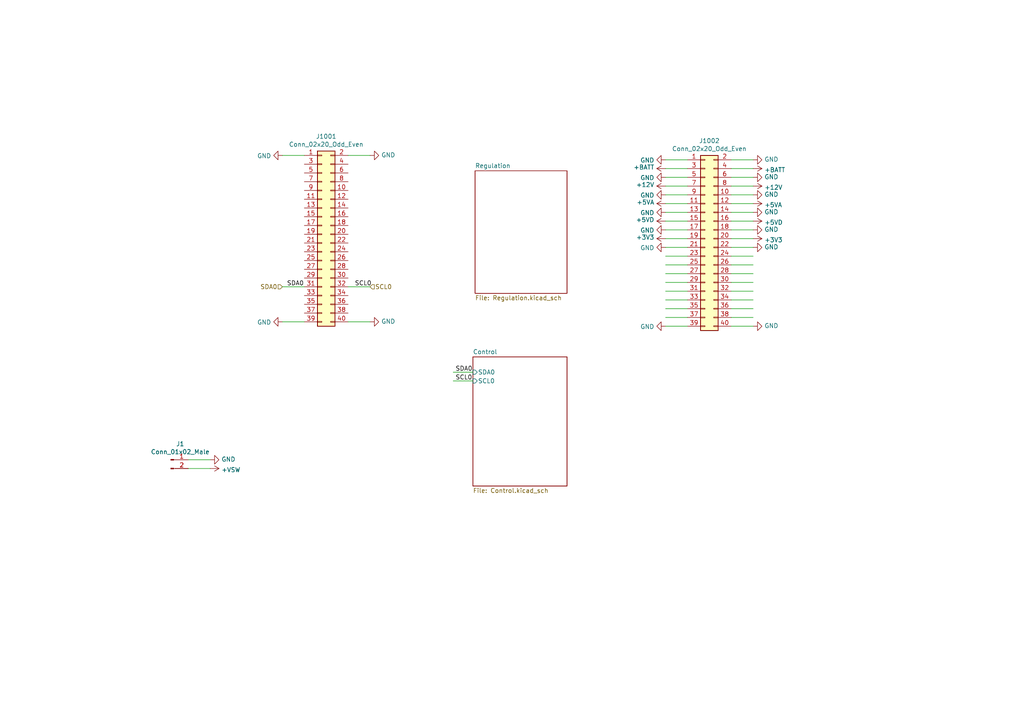
<source format=kicad_sch>
(kicad_sch (version 20211123) (generator eeschema)
  (paper "A4")
  (title_block (title "Cube Power Board ") (date "2021-04-21") (rev "V1-00") (company "CUBEDEB"))
  (lib_symbols
    (symbol "Connector:Conn_01x02_Male" (pin_names (offset 1.016) hide)
      (property "Reference" "J" (at 0 2.54 0))
      (property "Value" "Conn_01x02_Male" (at 0 -5.08 0))
      (symbol "Conn_01x02_Male_1_1"
        (polyline (pts (xy 1.27 -2.54) (xy 0.8636 -2.54)) (stroke (width 0.1524)))
        (polyline (pts (xy 1.27 0) (xy 0.8636 0)) (stroke (width 0.1524)))
        (rectangle (start 0.8636 -2.413) (end 0 -2.667) (stroke (width 0.1524)) (fill (type outline)))
        (rectangle (start 0.8636 0.127) (end 0 -0.127) (stroke (width 0.1524)) (fill (type outline)))
        (pin passive line (at 5.08 0 180) (length 3.81) (name "Pin_1") (number "1"))
        (pin passive line (at 5.08 -2.54 180) (length 3.81) (name "Pin_2") (number "2"))
      )
    )
    (symbol "Connector_Generic:Conn_02x20_Odd_Even" (pin_names (offset 1.016) hide)
      (property "Reference" "J" (at 1.27 25.4 0))
      (property "Value" "Conn_02x20_Odd_Even" (at 1.27 -27.94 0))
      (symbol "Conn_02x20_Odd_Even_1_1"
        (rectangle (start -1.27 -25.273) (end 0 -25.527) (stroke (width 0.1524)))
        (rectangle (start -1.27 -22.733) (end 0 -22.987) (stroke (width 0.1524)))
        (rectangle (start -1.27 -20.193) (end 0 -20.447) (stroke (width 0.1524)))
        (rectangle (start -1.27 -17.653) (end 0 -17.907) (stroke (width 0.1524)))
        (rectangle (start -1.27 -15.113) (end 0 -15.367) (stroke (width 0.1524)))
        (rectangle (start -1.27 -12.573) (end 0 -12.827) (stroke (width 0.1524)))
        (rectangle (start -1.27 -10.033) (end 0 -10.287) (stroke (width 0.1524)))
        (rectangle (start -1.27 -7.493) (end 0 -7.747) (stroke (width 0.1524)))
        (rectangle (start -1.27 -4.953) (end 0 -5.207) (stroke (width 0.1524)))
        (rectangle (start -1.27 -2.413) (end 0 -2.667) (stroke (width 0.1524)))
        (rectangle (start -1.27 0.127) (end 0 -0.127) (stroke (width 0.1524)))
        (rectangle (start -1.27 2.667) (end 0 2.413) (stroke (width 0.1524)))
        (rectangle (start -1.27 5.207) (end 0 4.953) (stroke (width 0.1524)))
        (rectangle (start -1.27 7.747) (end 0 7.493) (stroke (width 0.1524)))
        (rectangle (start -1.27 10.287) (end 0 10.033) (stroke (width 0.1524)))
        (rectangle (start -1.27 12.827) (end 0 12.573) (stroke (width 0.1524)))
        (rectangle (start -1.27 15.367) (end 0 15.113) (stroke (width 0.1524)))
        (rectangle (start -1.27 17.907) (end 0 17.653) (stroke (width 0.1524)))
        (rectangle (start -1.27 20.447) (end 0 20.193) (stroke (width 0.1524)))
        (rectangle (start -1.27 22.987) (end 0 22.733) (stroke (width 0.1524)))
        (rectangle (start -1.27 24.13) (end 3.81 -26.67) (stroke (width 0.254)) (fill (type background)))
        (rectangle (start 3.81 -25.273) (end 2.54 -25.527) (stroke (width 0.1524)))
        (rectangle (start 3.81 -22.733) (end 2.54 -22.987) (stroke (width 0.1524)))
        (rectangle (start 3.81 -20.193) (end 2.54 -20.447) (stroke (width 0.1524)))
        (rectangle (start 3.81 -17.653) (end 2.54 -17.907) (stroke (width 0.1524)))
        (rectangle (start 3.81 -15.113) (end 2.54 -15.367) (stroke (width 0.1524)))
        (rectangle (start 3.81 -12.573) (end 2.54 -12.827) (stroke (width 0.1524)))
        (rectangle (start 3.81 -10.033) (end 2.54 -10.287) (stroke (width 0.1524)))
        (rectangle (start 3.81 -7.493) (end 2.54 -7.747) (stroke (width 0.1524)))
        (rectangle (start 3.81 -4.953) (end 2.54 -5.207) (stroke (width 0.1524)))
        (rectangle (start 3.81 -2.413) (end 2.54 -2.667) (stroke (width 0.1524)))
        (rectangle (start 3.81 0.127) (end 2.54 -0.127) (stroke (width 0.1524)))
        (rectangle (start 3.81 2.667) (end 2.54 2.413) (stroke (width 0.1524)))
        (rectangle (start 3.81 5.207) (end 2.54 4.953) (stroke (width 0.1524)))
        (rectangle (start 3.81 7.747) (end 2.54 7.493) (stroke (width 0.1524)))
        (rectangle (start 3.81 10.287) (end 2.54 10.033) (stroke (width 0.1524)))
        (rectangle (start 3.81 12.827) (end 2.54 12.573) (stroke (width 0.1524)))
        (rectangle (start 3.81 15.367) (end 2.54 15.113) (stroke (width 0.1524)))
        (rectangle (start 3.81 17.907) (end 2.54 17.653) (stroke (width 0.1524)))
        (rectangle (start 3.81 20.447) (end 2.54 20.193) (stroke (width 0.1524)))
        (rectangle (start 3.81 22.987) (end 2.54 22.733) (stroke (width 0.1524)))
        (pin passive line (at -5.08 22.86 0) (length 3.81) (name "Pin_1") (number "1"))
        (pin passive line (at 7.62 12.7 180) (length 3.81) (name "Pin_10") (number "10"))
        (pin passive line (at -5.08 10.16 0) (length 3.81) (name "Pin_11") (number "11"))
        (pin passive line (at 7.62 10.16 180) (length 3.81) (name "Pin_12") (number "12"))
        (pin passive line (at -5.08 7.62 0) (length 3.81) (name "Pin_13") (number "13"))
        (pin passive line (at 7.62 7.62 180) (length 3.81) (name "Pin_14") (number "14"))
        (pin passive line (at -5.08 5.08 0) (length 3.81) (name "Pin_15") (number "15"))
        (pin passive line (at 7.62 5.08 180) (length 3.81) (name "Pin_16") (number "16"))
        (pin passive line (at -5.08 2.54 0) (length 3.81) (name "Pin_17") (number "17"))
        (pin passive line (at 7.62 2.54 180) (length 3.81) (name "Pin_18") (number "18"))
        (pin passive line (at -5.08 0 0) (length 3.81) (name "Pin_19") (number "19"))
        (pin passive line (at 7.62 22.86 180) (length 3.81) (name "Pin_2") (number "2"))
        (pin passive line (at 7.62 0 180) (length 3.81) (name "Pin_20") (number "20"))
        (pin passive line (at -5.08 -2.54 0) (length 3.81) (name "Pin_21") (number "21"))
        (pin passive line (at 7.62 -2.54 180) (length 3.81) (name "Pin_22") (number "22"))
        (pin passive line (at -5.08 -5.08 0) (length 3.81) (name "Pin_23") (number "23"))
        (pin passive line (at 7.62 -5.08 180) (length 3.81) (name "Pin_24") (number "24"))
        (pin passive line (at -5.08 -7.62 0) (length 3.81) (name "Pin_25") (number "25"))
        (pin passive line (at 7.62 -7.62 180) (length 3.81) (name "Pin_26") (number "26"))
        (pin passive line (at -5.08 -10.16 0) (length 3.81) (name "Pin_27") (number "27"))
        (pin passive line (at 7.62 -10.16 180) (length 3.81) (name "Pin_28") (number "28"))
        (pin passive line (at -5.08 -12.7 0) (length 3.81) (name "Pin_29") (number "29"))
        (pin passive line (at -5.08 20.32 0) (length 3.81) (name "Pin_3") (number "3"))
        (pin passive line (at 7.62 -12.7 180) (length 3.81) (name "Pin_30") (number "30"))
        (pin passive line (at -5.08 -15.24 0) (length 3.81) (name "Pin_31") (number "31"))
        (pin passive line (at 7.62 -15.24 180) (length 3.81) (name "Pin_32") (number "32"))
        (pin passive line (at -5.08 -17.78 0) (length 3.81) (name "Pin_33") (number "33"))
        (pin passive line (at 7.62 -17.78 180) (length 3.81) (name "Pin_34") (number "34"))
        (pin passive line (at -5.08 -20.32 0) (length 3.81) (name "Pin_35") (number "35"))
        (pin passive line (at 7.62 -20.32 180) (length 3.81) (name "Pin_36") (number "36"))
        (pin passive line (at -5.08 -22.86 0) (length 3.81) (name "Pin_37") (number "37"))
        (pin passive line (at 7.62 -22.86 180) (length 3.81) (name "Pin_38") (number "38"))
        (pin passive line (at -5.08 -25.4 0) (length 3.81) (name "Pin_39") (number "39"))
        (pin passive line (at 7.62 20.32 180) (length 3.81) (name "Pin_4") (number "4"))
        (pin passive line (at 7.62 -25.4 180) (length 3.81) (name "Pin_40") (number "40"))
        (pin passive line (at -5.08 17.78 0) (length 3.81) (name "Pin_5") (number "5"))
        (pin passive line (at 7.62 17.78 180) (length 3.81) (name "Pin_6") (number "6"))
        (pin passive line (at -5.08 15.24 0) (length 3.81) (name "Pin_7") (number "7"))
        (pin passive line (at 7.62 15.24 180) (length 3.81) (name "Pin_8") (number "8"))
        (pin passive line (at -5.08 12.7 0) (length 3.81) (name "Pin_9") (number "9"))
      )
    )
    (symbol "power:+12V" (power) (pin_names (offset 0))
      (property "Value" "+12V" (at 0 3.556 0))
      (symbol "+12V_0_1"
        (polyline (pts (xy -0.762 1.27) (xy 0 2.54)))
        (polyline (pts (xy 0 0) (xy 0 2.54)))
        (polyline (pts (xy 0 2.54) (xy 0.762 1.27)))
      )
      (symbol "+12V_1_1"
        (pin power_in line (at 0 0 90) (length 0) hide (name "+12V") (number "1"))
      )
    )
    (symbol "power:+3.3V" (power) (pin_names (offset 0))
      (property "Value" "+3.3V" (at 0 3.556 0))
      (symbol "+3.3V_0_1"
        (polyline (pts (xy -0.762 1.27) (xy 0 2.54)))
        (polyline (pts (xy 0 0) (xy 0 2.54)))
        (polyline (pts (xy 0 2.54) (xy 0.762 1.27)))
      )
      (symbol "+3.3V_1_1"
        (pin power_in line (at 0 0 90) (length 0) hide (name "+3V3") (number "1"))
      )
    )
    (symbol "power:+5VA" (power) (pin_names (offset 0))
      (property "Value" "+5VA" (at 0 3.556 0))
      (symbol "+5VA_0_1"
        (polyline (pts (xy -0.762 1.27) (xy 0 2.54)))
        (polyline (pts (xy 0 0) (xy 0 2.54)))
        (polyline (pts (xy 0 2.54) (xy 0.762 1.27)))
      )
      (symbol "+5VA_1_1"
        (pin power_in line (at 0 0 90) (length 0) hide (name "+5VA") (number "1"))
      )
    )
    (symbol "power:+5VD" (power) (pin_names (offset 0))
      (property "Value" "+5VD" (at 0 3.556 0))
      (symbol "+5VD_0_1"
        (polyline (pts (xy -0.762 1.27) (xy 0 2.54)))
        (polyline (pts (xy 0 0) (xy 0 2.54)))
        (polyline (pts (xy 0 2.54) (xy 0.762 1.27)))
      )
      (symbol "+5VD_1_1"
        (pin power_in line (at 0 0 90) (length 0) hide (name "+5VD") (number "1"))
      )
    )
    (symbol "power:+BATT" (power) (pin_names (offset 0))
      (property "Value" "+BATT" (at 0 3.556 0))
      (symbol "+BATT_0_1"
        (polyline (pts (xy -0.762 1.27) (xy 0 2.54)))
        (polyline (pts (xy 0 0) (xy 0 2.54)))
        (polyline (pts (xy 0 2.54) (xy 0.762 1.27)))
      )
      (symbol "+BATT_1_1"
        (pin power_in line (at 0 0 90) (length 0) hide (name "+BATT") (number "1"))
      )
    )
    (symbol "power:+VSW" (power) (pin_names (offset 0))
      (property "Value" "+VSW" (at 0 3.556 0))
      (symbol "+VSW_0_1"
        (polyline (pts (xy -0.762 1.27) (xy 0 2.54)))
        (polyline (pts (xy 0 0) (xy 0 2.54)))
        (polyline (pts (xy 0 2.54) (xy 0.762 1.27)))
      )
      (symbol "+VSW_1_1"
        (pin power_in line (at 0 0 90) (length 0) hide (name "+VSW") (number "1"))
      )
    )
    (symbol "power:GND" (power) (pin_names (offset 0))
      (property "Value" "GND" (at 0 -3.81 0))
      (symbol "GND_0_1"
        (polyline (pts (xy 0 0) (xy 0 -1.27) (xy 1.27 -1.27) (xy 0 -2.54) (xy -1.27 -1.27) (xy 0 -1.27)))
      )
      (symbol "GND_1_1"
        (pin power_in line (at 0 0 270) (length 0) hide (name "GND") (number "1"))
      )
    )
  )
  (wire (pts (xy 193.04 71.755) (xy 199.39 71.755)))
  (wire (pts (xy 193.04 92.075) (xy 199.39 92.075)))
  (wire (pts (xy 88.265 83.185) (xy 81.915 83.185)))
  (wire (pts (xy 193.04 66.675) (xy 199.39 66.675)))
  (wire (pts (xy 212.09 84.455) (xy 218.44 84.455)))
  (wire (pts (xy 193.04 89.535) (xy 199.39 89.535)))
  (wire (pts (xy 100.965 83.185) (xy 107.315 83.185)))
  (wire (pts (xy 193.04 81.915) (xy 199.39 81.915)))
  (wire (pts (xy 193.04 79.375) (xy 199.39 79.375)))
  (wire (pts (xy 193.04 53.975) (xy 199.39 53.975)))
  (wire (pts (xy 193.04 61.595) (xy 199.39 61.595)))
  (wire (pts (xy 212.09 74.295) (xy 218.44 74.295)))
  (wire (pts (xy 100.965 93.345) (xy 107.315 93.345)))
  (wire (pts (xy 212.09 66.675) (xy 218.44 66.675)))
  (wire (pts (xy 131.445 110.49) (xy 137.16 110.49)))
  (wire (pts (xy 212.09 53.975) (xy 218.44 53.975)))
  (wire (pts (xy 212.09 81.915) (xy 218.44 81.915)))
  (wire (pts (xy 212.09 61.595) (xy 218.44 61.595)))
  (wire (pts (xy 212.09 92.075) (xy 218.44 92.075)))
  (wire (pts (xy 54.61 135.89) (xy 60.96 135.89)))
  (wire (pts (xy 193.04 59.055) (xy 199.39 59.055)))
  (wire (pts (xy 212.09 64.135) (xy 218.44 64.135)))
  (wire (pts (xy 81.915 45.085) (xy 88.265 45.085)))
  (wire (pts (xy 212.09 89.535) (xy 218.44 89.535)))
  (wire (pts (xy 131.445 107.95) (xy 137.16 107.95)))
  (wire (pts (xy 212.09 69.215) (xy 218.44 69.215)))
  (wire (pts (xy 212.09 71.755) (xy 218.44 71.755)))
  (wire (pts (xy 193.04 76.835) (xy 199.39 76.835)))
  (wire (pts (xy 193.04 51.435) (xy 199.39 51.435)))
  (wire (pts (xy 212.09 76.835) (xy 218.44 76.835)))
  (wire (pts (xy 212.09 79.375) (xy 218.44 79.375)))
  (wire (pts (xy 212.09 48.895) (xy 218.44 48.895)))
  (wire (pts (xy 81.915 93.345) (xy 88.265 93.345)))
  (wire (pts (xy 193.04 94.615) (xy 199.39 94.615)))
  (wire (pts (xy 193.04 84.455) (xy 199.39 84.455)))
  (wire (pts (xy 212.09 86.995) (xy 218.44 86.995)))
  (wire (pts (xy 212.09 59.055) (xy 218.44 59.055)))
  (wire (pts (xy 193.04 74.295) (xy 199.39 74.295)))
  (wire (pts (xy 212.09 56.515) (xy 218.44 56.515)))
  (wire (pts (xy 100.965 45.085) (xy 107.315 45.085)))
  (wire (pts (xy 54.61 133.35) (xy 60.96 133.35)))
  (wire (pts (xy 193.04 56.515) (xy 199.39 56.515)))
  (wire (pts (xy 193.04 48.895) (xy 199.39 48.895)))
  (wire (pts (xy 212.09 51.435) (xy 218.44 51.435)))
  (wire (pts (xy 193.04 46.355) (xy 199.39 46.355)))
  (wire (pts (xy 193.04 86.995) (xy 199.39 86.995)))
  (wire (pts (xy 212.09 46.355) (xy 218.44 46.355)))
  (wire (pts (xy 193.04 64.135) (xy 199.39 64.135)))
  (wire (pts (xy 193.04 69.215) (xy 199.39 69.215)))
  (wire (pts (xy 212.09 94.615) (xy 218.44 94.615)))
  (label "SCL0" (at 102.87 83.185 0))
  (label "SCL0" (at 132.08 110.49 0))
  (label "SDA0" (at 132.08 107.95 0))
  (label "SDA0" (at 83.185 83.185 0))
  (hierarchical_label "SDA0" (shape input) (at 81.915 83.185 180))
  (hierarchical_label "SCL0" (shape input) (at 107.315 83.185 0))
  (symbol (lib_id "Connector_Generic:Conn_02x20_Odd_Even") (at 93.345 67.945 0) (unit 1)
    (property "Reference" "J1001" (at 94.615 39.5732 0))
    (property "Value" "Conn_02x20_Odd_Even" (at 94.615 41.8846 0))
    (property "Footprint" "Connector_PinSocket_2.54mm:PinSocket_2x20_P2.54mm_Vertical" (effects hide))
  )
  (symbol (lib_id "Connector_Generic:Conn_02x20_Odd_Even") (at 204.47 69.215 0) (unit 1)
    (property "Reference" "J1002" (at 205.74 40.8432 0))
    (property "Value" "Conn_02x20_Odd_Even" (at 205.74 43.1546 0))
    (property "Footprint" "Connector_PinSocket_2.54mm:PinSocket_2x20_P2.54mm_Vertical" (effects hide))
  )
  (symbol (lib_id "power:+VSW") (at 60.96 135.89 270) (unit 1)
    (property "Reference" "#PWR0190" (effects hide))
    (property "Value" "+VSW" (at 64.2112 136.271 90) (effects (justify left)))
  )
  (symbol (lib_id "power:GND") (at 218.44 46.355 90) (unit 1)
    (property "Reference" "#PWR0161" (effects hide))
    (property "Value" "GND" (at 221.6912 46.228 90) (effects (justify right)))
  )
  (symbol (lib_id "power:GND") (at 193.04 46.355 270) (unit 1)
    (property "Reference" "#PWR0162" (effects hide))
    (property "Value" "GND" (at 189.7888 46.482 90) (effects (justify right)))
  )
  (symbol (lib_id "power:+BATT") (at 193.04 48.895 90) (unit 1)
    (property "Reference" "#PWR0163" (effects hide))
    (property "Value" "+BATT" (at 189.8142 48.514 90) (effects (justify left)))
  )
  (symbol (lib_id "power:+BATT") (at 218.44 48.895 270) (unit 1)
    (property "Reference" "#PWR0164" (effects hide))
    (property "Value" "+BATT" (at 221.6912 49.276 90) (effects (justify left)))
  )
  (symbol (lib_id "power:GND") (at 193.04 51.435 270) (unit 1)
    (property "Reference" "#PWR0165" (effects hide))
    (property "Value" "GND" (at 189.7888 51.562 90) (effects (justify right)))
  )
  (symbol (lib_id "power:GND") (at 218.44 51.435 90) (unit 1)
    (property "Reference" "#PWR0166" (effects hide))
    (property "Value" "GND" (at 221.6912 51.308 90) (effects (justify right)))
  )
  (symbol (lib_id "power:+12V") (at 193.04 53.975 90) (unit 1)
    (property "Reference" "#PWR0167" (effects hide))
    (property "Value" "+12V" (at 189.7888 53.594 90) (effects (justify left)))
  )
  (symbol (lib_id "power:+12V") (at 218.44 53.975 270) (unit 1)
    (property "Reference" "#PWR0168" (effects hide))
    (property "Value" "+12V" (at 221.6912 54.356 90) (effects (justify left)))
  )
  (symbol (lib_id "power:GND") (at 193.04 56.515 270) (unit 1)
    (property "Reference" "#PWR0169" (effects hide))
    (property "Value" "GND" (at 189.7888 56.642 90) (effects (justify right)))
  )
  (symbol (lib_id "power:GND") (at 218.44 56.515 90) (unit 1)
    (property "Reference" "#PWR0170" (effects hide))
    (property "Value" "GND" (at 221.6912 56.388 90) (effects (justify right)))
  )
  (symbol (lib_id "power:+5VA") (at 193.04 59.055 90) (unit 1)
    (property "Reference" "#PWR0171" (effects hide))
    (property "Value" "+5VA" (at 189.8142 58.674 90) (effects (justify left)))
  )
  (symbol (lib_id "power:+5VA") (at 218.44 59.055 270) (unit 1)
    (property "Reference" "#PWR0172" (effects hide))
    (property "Value" "+5VA" (at 221.6912 59.436 90) (effects (justify left)))
  )
  (symbol (lib_id "power:GND") (at 193.04 61.595 270) (unit 1)
    (property "Reference" "#PWR0173" (effects hide))
    (property "Value" "GND" (at 189.7888 61.722 90) (effects (justify right)))
  )
  (symbol (lib_id "power:GND") (at 218.44 61.595 90) (unit 1)
    (property "Reference" "#PWR0174" (effects hide))
    (property "Value" "GND" (at 221.6912 61.468 90) (effects (justify right)))
  )
  (symbol (lib_id "power:+5VD") (at 193.04 64.135 90) (unit 1)
    (property "Reference" "#PWR0175" (effects hide))
    (property "Value" "+5VD" (at 189.7888 63.754 90) (effects (justify left)))
  )
  (symbol (lib_id "power:+5VD") (at 218.44 64.135 270) (unit 1)
    (property "Reference" "#PWR0176" (effects hide))
    (property "Value" "+5VD" (at 221.6912 64.516 90) (effects (justify left)))
  )
  (symbol (lib_id "power:GND") (at 193.04 66.675 270) (unit 1)
    (property "Reference" "#PWR0177" (effects hide))
    (property "Value" "GND" (at 189.7888 66.802 90) (effects (justify right)))
  )
  (symbol (lib_id "power:GND") (at 218.44 66.675 90) (unit 1)
    (property "Reference" "#PWR0178" (effects hide))
    (property "Value" "GND" (at 221.6912 66.548 90) (effects (justify right)))
  )
  (symbol (lib_id "power:+3.3V") (at 193.04 69.215 90) (unit 1)
    (property "Reference" "#PWR0179" (effects hide))
    (property "Value" "+3.3V" (at 189.7888 68.834 90) (effects (justify left)))
  )
  (symbol (lib_id "power:+3.3V") (at 218.44 69.215 270) (unit 1)
    (property "Reference" "#PWR0180" (effects hide))
    (property "Value" "+3.3V" (at 221.6912 69.596 90) (effects (justify left)))
  )
  (symbol (lib_id "power:GND") (at 193.04 71.755 270) (unit 1)
    (property "Reference" "#PWR0181" (effects hide))
    (property "Value" "GND" (at 189.7888 71.882 90) (effects (justify right)))
  )
  (symbol (lib_id "power:GND") (at 218.44 71.755 90) (unit 1)
    (property "Reference" "#PWR0182" (effects hide))
    (property "Value" "GND" (at 221.6912 71.628 90) (effects (justify right)))
  )
  (symbol (lib_id "power:GND") (at 81.915 45.085 270) (unit 1)
    (property "Reference" "#PWR0183" (effects hide))
    (property "Value" "GND" (at 78.6638 45.212 90) (effects (justify right)))
  )
  (symbol (lib_id "power:GND") (at 81.915 93.345 270) (unit 1)
    (property "Reference" "#PWR0184" (effects hide))
    (property "Value" "GND" (at 78.6638 93.472 90) (effects (justify right)))
  )
  (symbol (lib_id "power:GND") (at 107.315 45.085 90) (unit 1)
    (property "Reference" "#PWR0185" (effects hide))
    (property "Value" "GND" (at 110.5662 44.958 90) (effects (justify right)))
  )
  (symbol (lib_id "power:GND") (at 107.315 93.345 90) (unit 1)
    (property "Reference" "#PWR0186" (effects hide))
    (property "Value" "GND" (at 110.5662 93.218 90) (effects (justify right)))
  )
  (symbol (lib_id "power:GND") (at 218.44 94.615 90) (unit 1)
    (property "Reference" "#PWR0187" (effects hide))
    (property "Value" "GND" (at 221.6912 94.488 90) (effects (justify right)))
  )
  (symbol (lib_id "power:GND") (at 193.04 94.615 270) (unit 1)
    (property "Reference" "#PWR0188" (effects hide))
    (property "Value" "GND" (at 189.7888 94.742 90) (effects (justify right)))
  )
  (symbol (lib_id "Connector:Conn_01x02_Male") (at 49.53 133.35 0) (unit 1)
    (property "Reference" "J1" (at 52.2732 128.7526 0))
    (property "Value" "Conn_01x02_Male" (at 52.2732 131.064 0))
    (property "Footprint" "Connector_Phoenix_MSTB:PhoenixContact_MSTBA_2,5_2-G-5,08_1x02_P5.08mm_Horizontal" (effects hide))
  )
  (symbol (lib_id "power:GND") (at 60.96 133.35 90) (unit 1)
    (property "Reference" "#PWR0189" (effects hide))
    (property "Value" "GND" (at 64.2112 133.223 90) (effects (justify right)))
  )
  (sheet (at 137.795 49.53) (size 26.67 35.56)
    (property "Sheet name" "Regulation" (at 137.795 48.8184 0) (effects (justify left bottom)))
    (property "Sheet file" "Regulation.kicad_sch" (at 137.795 85.6746 0) (effects (justify left top)))
  )
  (sheet (at 137.16 103.505) (size 27.305 37.465)
    (property "Sheet name" "Control" (at 137.16 102.7934 0) (effects (justify left bottom)))
    (property "Sheet file" "Control.kicad_sch" (at 137.16 141.5546 0) (effects (justify left top)))
    (pin "SDA0" input (at 137.16 107.95 180))
    (pin "SCL0" input (at 137.16 110.49 180))
  )
)
</source>
